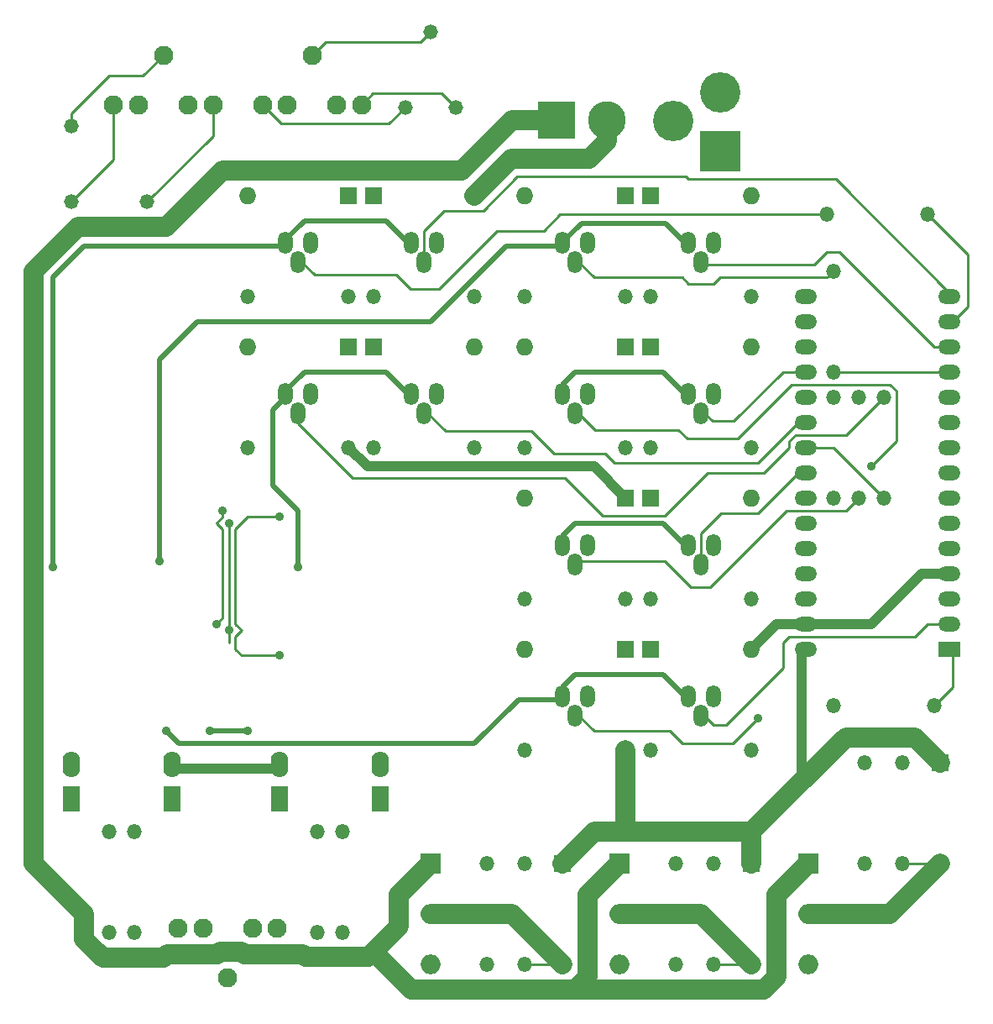
<source format=gbl>
G04 (created by PCBNEW (2013-07-07 BZR 4022)-stable) date Mon 16 Nov 2020 10:05:41 PM CST*
%MOIN*%
G04 Gerber Fmt 3.4, Leading zero omitted, Abs format*
%FSLAX34Y34*%
G01*
G70*
G90*
G04 APERTURE LIST*
%ADD10C,0.00590551*%
%ADD11R,0.069X0.069*%
%ADD12O,0.069X0.069*%
%ADD13O,0.059X0.0885*%
%ADD14C,0.0767717*%
%ADD15O,0.059X0.059*%
%ADD16R,0.069X0.1035*%
%ADD17O,0.069X0.1035*%
%ADD18R,0.0885X0.059*%
%ADD19O,0.0885X0.059*%
%ADD20R,0.0787402X0.0787402*%
%ADD21O,0.0787402X0.0787402*%
%ADD22R,0.16X0.16*%
%ADD23C,0.16*%
%ADD24R,0.15X0.15*%
%ADD25C,0.15*%
%ADD26O,0.058X0.058*%
%ADD27C,0.035*%
%ADD28C,0.04*%
%ADD29C,0.08*%
%ADD30C,0.01*%
%ADD31C,0.02*%
G04 APERTURE END LIST*
G54D10*
G54D11*
X58000Y-92500D03*
G54D12*
X58000Y-96500D03*
G54D13*
X45500Y-67852D03*
X45000Y-68647D03*
X44500Y-67852D03*
X56500Y-85852D03*
X56000Y-86647D03*
X55500Y-85852D03*
X56500Y-73852D03*
X56000Y-74647D03*
X55500Y-73852D03*
X56500Y-79852D03*
X56000Y-80647D03*
X55500Y-79852D03*
X56500Y-67852D03*
X56000Y-68647D03*
X55500Y-67852D03*
X45500Y-73852D03*
X45000Y-74647D03*
X44500Y-73852D03*
G54D14*
X37204Y-97047D03*
X36220Y-95078D03*
X38188Y-95078D03*
X35236Y-95078D03*
X39173Y-95078D03*
G54D15*
X54000Y-76000D03*
X58000Y-76000D03*
X42000Y-70000D03*
X38000Y-70000D03*
X53000Y-76000D03*
X49000Y-76000D03*
X53000Y-82000D03*
X49000Y-82000D03*
X43000Y-70000D03*
X47000Y-70000D03*
X43000Y-76000D03*
X47000Y-76000D03*
X54000Y-82000D03*
X58000Y-82000D03*
X53000Y-88000D03*
X49000Y-88000D03*
X54000Y-88000D03*
X58000Y-88000D03*
X53000Y-70000D03*
X49000Y-70000D03*
X54000Y-70000D03*
X58000Y-70000D03*
X42000Y-76000D03*
X38000Y-76000D03*
X49000Y-96500D03*
X49000Y-92500D03*
X56500Y-96500D03*
X56500Y-92500D03*
X64000Y-92500D03*
X64000Y-88500D03*
X40750Y-95250D03*
X40750Y-91250D03*
X41750Y-95250D03*
X41750Y-91250D03*
X33500Y-95250D03*
X33500Y-91250D03*
X32500Y-95250D03*
X32500Y-91250D03*
G54D16*
X35000Y-89922D03*
G54D17*
X35000Y-88577D03*
G54D16*
X39250Y-89922D03*
G54D17*
X39250Y-88577D03*
G54D16*
X43250Y-89922D03*
G54D17*
X43250Y-88577D03*
G54D16*
X31000Y-89922D03*
G54D17*
X31000Y-88577D03*
G54D11*
X65500Y-88500D03*
G54D12*
X65500Y-92500D03*
G54D11*
X50500Y-92500D03*
G54D12*
X50500Y-96500D03*
G54D11*
X42000Y-72000D03*
G54D12*
X38000Y-72000D03*
G54D11*
X43000Y-72000D03*
G54D12*
X47000Y-72000D03*
G54D11*
X54000Y-66000D03*
G54D12*
X58000Y-66000D03*
G54D11*
X53000Y-66000D03*
G54D12*
X49000Y-66000D03*
G54D11*
X43000Y-66000D03*
G54D12*
X47000Y-66000D03*
G54D11*
X42000Y-66000D03*
G54D12*
X38000Y-66000D03*
G54D11*
X53000Y-84000D03*
G54D12*
X49000Y-84000D03*
G54D11*
X54000Y-84000D03*
G54D12*
X58000Y-84000D03*
G54D11*
X54000Y-72000D03*
G54D12*
X58000Y-72000D03*
G54D11*
X53000Y-72000D03*
G54D12*
X49000Y-72000D03*
G54D11*
X53000Y-78000D03*
G54D12*
X49000Y-78000D03*
G54D11*
X54000Y-78000D03*
G54D12*
X58000Y-78000D03*
G54D18*
X65852Y-84000D03*
G54D19*
X65852Y-83000D03*
X65852Y-82000D03*
X65852Y-81000D03*
X60147Y-79000D03*
X60147Y-80000D03*
X60147Y-81000D03*
X65852Y-80000D03*
X65852Y-79000D03*
X65852Y-78000D03*
X60147Y-78000D03*
X60147Y-77000D03*
X60147Y-76000D03*
X65852Y-77000D03*
X65852Y-76000D03*
X65852Y-75000D03*
X65852Y-74000D03*
X65852Y-73000D03*
X65852Y-72000D03*
X65852Y-71000D03*
X60147Y-75000D03*
X60147Y-74000D03*
X60147Y-73000D03*
X60147Y-72000D03*
X60147Y-71000D03*
X60147Y-70000D03*
X65852Y-70000D03*
X60147Y-82000D03*
X60147Y-83000D03*
X60147Y-84000D03*
G54D20*
X60250Y-92500D03*
G54D21*
X60250Y-94500D03*
X60250Y-96500D03*
G54D20*
X52750Y-92500D03*
G54D21*
X52750Y-94500D03*
X52750Y-96500D03*
G54D20*
X45250Y-92500D03*
G54D21*
X45250Y-94500D03*
X45250Y-96500D03*
G54D22*
X56750Y-64250D03*
G54D23*
X56750Y-61900D03*
X54900Y-63050D03*
G54D24*
X50250Y-63000D03*
G54D25*
X52250Y-63000D03*
G54D15*
X47500Y-92500D03*
X47500Y-96500D03*
X55000Y-92500D03*
X55000Y-96500D03*
X62500Y-88500D03*
X62500Y-92500D03*
G54D14*
X34645Y-60433D03*
X35629Y-62401D03*
X33661Y-62401D03*
X36614Y-62401D03*
X32677Y-62401D03*
X40551Y-60433D03*
X41535Y-62401D03*
X39566Y-62401D03*
X42519Y-62401D03*
X38582Y-62401D03*
G54D26*
X45250Y-59500D03*
X46250Y-62500D03*
X44250Y-62500D03*
X31000Y-66250D03*
X34000Y-66250D03*
X31000Y-63250D03*
G54D15*
X61250Y-69000D03*
X61250Y-73000D03*
X61000Y-66750D03*
X65000Y-66750D03*
X62250Y-74000D03*
X62250Y-78000D03*
X63250Y-78000D03*
X63250Y-74000D03*
X61250Y-74000D03*
X61250Y-78000D03*
G54D13*
X40500Y-67852D03*
X40000Y-68647D03*
X39500Y-67852D03*
X51500Y-67852D03*
X51000Y-68647D03*
X50500Y-67852D03*
X40500Y-73852D03*
X40000Y-74647D03*
X39500Y-73852D03*
X51500Y-73852D03*
X51000Y-74647D03*
X50500Y-73852D03*
X51500Y-79852D03*
X51000Y-80647D03*
X50500Y-79852D03*
X51500Y-85852D03*
X51000Y-86647D03*
X50500Y-85852D03*
G54D15*
X61250Y-86250D03*
X65250Y-86250D03*
G54D27*
X38000Y-87250D03*
X36500Y-87250D03*
X30250Y-80750D03*
X40000Y-80750D03*
X34750Y-87250D03*
X34500Y-80500D03*
X58250Y-86750D03*
X62750Y-76750D03*
X39250Y-84250D03*
X39250Y-78750D03*
X37000Y-78500D03*
X36750Y-83000D03*
X37250Y-83250D03*
X37250Y-79000D03*
G54D28*
X42000Y-76000D02*
X42750Y-76750D01*
X51750Y-76750D02*
X53000Y-78000D01*
X42750Y-76750D02*
X51750Y-76750D01*
X60000Y-84000D02*
X60000Y-89250D01*
G54D29*
X53000Y-88000D02*
X53000Y-91250D01*
X50500Y-92500D02*
X51750Y-91250D01*
X51750Y-91250D02*
X53000Y-91250D01*
X53000Y-91250D02*
X58000Y-91250D01*
X65500Y-88500D02*
X64500Y-87500D01*
X58000Y-91250D02*
X58000Y-92500D01*
X61750Y-87500D02*
X60000Y-89250D01*
X60000Y-89250D02*
X58000Y-91250D01*
X64500Y-87500D02*
X61750Y-87500D01*
G54D30*
X50500Y-96500D02*
X49000Y-96500D01*
G54D29*
X45250Y-94500D02*
X48500Y-94500D01*
X48500Y-94500D02*
X50500Y-96500D01*
G54D30*
X58000Y-96500D02*
X56500Y-96500D01*
G54D29*
X52750Y-94500D02*
X56000Y-94500D01*
X56000Y-94500D02*
X58000Y-96500D01*
G54D30*
X65500Y-92500D02*
X64000Y-92500D01*
G54D29*
X60250Y-94500D02*
X63500Y-94500D01*
X63500Y-94500D02*
X65500Y-92500D01*
X32000Y-96000D02*
X32250Y-96250D01*
X42800Y-96200D02*
X43000Y-96000D01*
X40300Y-96200D02*
X42800Y-96200D01*
X40200Y-96100D02*
X40300Y-96200D01*
X37850Y-96100D02*
X40200Y-96100D01*
X37750Y-96000D02*
X37850Y-96100D01*
X36900Y-96000D02*
X37750Y-96000D01*
X36800Y-96100D02*
X36900Y-96000D01*
X34800Y-96100D02*
X36800Y-96100D01*
X34650Y-96250D02*
X34800Y-96100D01*
X32250Y-96250D02*
X34650Y-96250D01*
X51000Y-97500D02*
X58500Y-97500D01*
X59000Y-93750D02*
X60250Y-92500D01*
X59000Y-97000D02*
X59000Y-93750D01*
X58500Y-97500D02*
X59000Y-97000D01*
X43000Y-96000D02*
X44500Y-97500D01*
X44500Y-97500D02*
X46000Y-97500D01*
X46000Y-97500D02*
X50500Y-97500D01*
X50500Y-97500D02*
X51000Y-97500D01*
X51500Y-93750D02*
X52750Y-92500D01*
X51500Y-97000D02*
X51500Y-93750D01*
X51000Y-97500D02*
X51500Y-97000D01*
X29500Y-91000D02*
X29500Y-92500D01*
G54D30*
X32000Y-96000D02*
X35750Y-96000D01*
G54D29*
X31500Y-95500D02*
X32000Y-96000D01*
X31500Y-94500D02*
X31500Y-95500D01*
X29500Y-92500D02*
X31500Y-94500D01*
X29500Y-91000D02*
X29500Y-69000D01*
X29500Y-69000D02*
X31250Y-67250D01*
X31250Y-67250D02*
X34750Y-67250D01*
X34750Y-67250D02*
X37000Y-65000D01*
X37000Y-65000D02*
X46500Y-65000D01*
X46500Y-65000D02*
X48500Y-63000D01*
X48500Y-63000D02*
X50250Y-63000D01*
X44000Y-93750D02*
X45250Y-92500D01*
X43000Y-96000D02*
X44000Y-95000D01*
X44000Y-95000D02*
X44000Y-93750D01*
X47000Y-66000D02*
X48450Y-64550D01*
X52250Y-63850D02*
X52250Y-63000D01*
X51550Y-64550D02*
X52250Y-63850D01*
X48450Y-64550D02*
X51550Y-64550D01*
G54D28*
X58000Y-84000D02*
X59000Y-83000D01*
X59000Y-83000D02*
X60000Y-83000D01*
X60000Y-83000D02*
X62750Y-83000D01*
X62750Y-83000D02*
X64750Y-81000D01*
X64750Y-81000D02*
X66000Y-81000D01*
X35000Y-88750D02*
X39250Y-88750D01*
G54D31*
X36500Y-87250D02*
X38000Y-87250D01*
G54D30*
X42519Y-62401D02*
X42971Y-61950D01*
X45700Y-61950D02*
X46250Y-62500D01*
X42971Y-61950D02*
X45700Y-61950D01*
X40551Y-60433D02*
X41084Y-59900D01*
X44850Y-59900D02*
X45250Y-59500D01*
X41084Y-59900D02*
X44850Y-59900D01*
X65000Y-66750D02*
X66600Y-68350D01*
X66600Y-70400D02*
X66000Y-71000D01*
X66600Y-68350D02*
X66600Y-70400D01*
X61250Y-73000D02*
X66000Y-73000D01*
X66000Y-84000D02*
X66000Y-85500D01*
X66000Y-85500D02*
X65250Y-86250D01*
X34000Y-66250D02*
X36614Y-63635D01*
X36614Y-63635D02*
X36614Y-62401D01*
X31000Y-66250D02*
X32677Y-64572D01*
X32677Y-64572D02*
X32677Y-62401D01*
X38582Y-62401D02*
X39331Y-63150D01*
X43600Y-63150D02*
X44250Y-62500D01*
X39331Y-63150D02*
X43600Y-63150D01*
X31000Y-63250D02*
X31000Y-62750D01*
X33828Y-61250D02*
X34645Y-60433D01*
X32500Y-61250D02*
X33828Y-61250D01*
X31000Y-62750D02*
X32500Y-61250D01*
X63250Y-78000D02*
X61250Y-76000D01*
X61250Y-76000D02*
X60000Y-76000D01*
G54D31*
X50500Y-80000D02*
X50500Y-79500D01*
X54500Y-79000D02*
X55500Y-80000D01*
X51000Y-79000D02*
X54500Y-79000D01*
X50500Y-79500D02*
X51000Y-79000D01*
X31500Y-68000D02*
X39500Y-68000D01*
X30250Y-69250D02*
X31500Y-68000D01*
X30250Y-80750D02*
X30250Y-69250D01*
X39500Y-68000D02*
X39500Y-67750D01*
X43500Y-67000D02*
X44500Y-68000D01*
X40250Y-67000D02*
X43500Y-67000D01*
X39500Y-67750D02*
X40250Y-67000D01*
X50500Y-74000D02*
X50500Y-73500D01*
X54500Y-73000D02*
X55500Y-74000D01*
X51000Y-73000D02*
X54500Y-73000D01*
X50500Y-73500D02*
X51000Y-73000D01*
X39500Y-74000D02*
X39000Y-74500D01*
X40000Y-78500D02*
X40000Y-80750D01*
X39000Y-77500D02*
X40000Y-78500D01*
X39000Y-74500D02*
X39000Y-77500D01*
X39500Y-74000D02*
X39500Y-73750D01*
X43500Y-73000D02*
X44500Y-74000D01*
X40250Y-73000D02*
X43500Y-73000D01*
X39500Y-73750D02*
X40250Y-73000D01*
X50500Y-86000D02*
X50500Y-85500D01*
X54500Y-85000D02*
X55500Y-86000D01*
X51000Y-85000D02*
X54500Y-85000D01*
X50500Y-85500D02*
X51000Y-85000D01*
X48750Y-86000D02*
X50500Y-86000D01*
X47000Y-87750D02*
X48750Y-86000D01*
X35250Y-87750D02*
X47000Y-87750D01*
X34750Y-87250D02*
X35250Y-87750D01*
X50500Y-68000D02*
X50500Y-67850D01*
X54600Y-67100D02*
X55500Y-68000D01*
X51250Y-67100D02*
X54600Y-67100D01*
X50500Y-67850D02*
X51250Y-67100D01*
X50500Y-68000D02*
X48250Y-68000D01*
X34500Y-72500D02*
X34500Y-80500D01*
X36000Y-71000D02*
X34500Y-72500D01*
X45250Y-71000D02*
X36000Y-71000D01*
X48250Y-68000D02*
X45250Y-71000D01*
G54D30*
X56000Y-68500D02*
X56250Y-68750D01*
X65250Y-72000D02*
X66000Y-72000D01*
X64500Y-71250D02*
X65250Y-72000D01*
X63500Y-70250D02*
X64500Y-71250D01*
X61500Y-68250D02*
X63500Y-70250D01*
X61000Y-68250D02*
X61500Y-68250D01*
X60500Y-68750D02*
X61000Y-68250D01*
X56250Y-68750D02*
X60500Y-68750D01*
X56300Y-76600D02*
X58250Y-76600D01*
X45850Y-75350D02*
X49250Y-75350D01*
X49250Y-75350D02*
X50150Y-76250D01*
X50150Y-76250D02*
X52200Y-76250D01*
X52200Y-76250D02*
X52550Y-76600D01*
X52550Y-76600D02*
X56300Y-76600D01*
X45000Y-74500D02*
X45850Y-75350D01*
X59850Y-75000D02*
X60000Y-75000D01*
X58250Y-76600D02*
X59850Y-75000D01*
X56000Y-86500D02*
X56500Y-87000D01*
X65000Y-83000D02*
X66000Y-83000D01*
X64500Y-83500D02*
X65000Y-83000D01*
X59500Y-83500D02*
X64500Y-83500D01*
X59250Y-83750D02*
X59500Y-83500D01*
X59250Y-84750D02*
X59250Y-83750D01*
X57000Y-87000D02*
X59250Y-84750D01*
X56500Y-87000D02*
X57000Y-87000D01*
X56000Y-80500D02*
X56000Y-79400D01*
X59850Y-77000D02*
X60000Y-77000D01*
X58250Y-78600D02*
X59850Y-77000D01*
X56800Y-78600D02*
X58250Y-78600D01*
X56000Y-79400D02*
X56800Y-78600D01*
X56000Y-74500D02*
X56450Y-74950D01*
X59250Y-73000D02*
X60000Y-73000D01*
X57300Y-74950D02*
X59250Y-73000D01*
X56450Y-74950D02*
X57300Y-74950D01*
X66000Y-70000D02*
X61350Y-65350D01*
X45000Y-67400D02*
X45800Y-66600D01*
X45800Y-66600D02*
X47350Y-66600D01*
X47350Y-66600D02*
X48700Y-65250D01*
X48700Y-65250D02*
X55400Y-65250D01*
X55400Y-65250D02*
X55500Y-65350D01*
X55500Y-65350D02*
X58500Y-65350D01*
X45000Y-67400D02*
X45000Y-68500D01*
X61350Y-65350D02*
X58500Y-65350D01*
X58500Y-77000D02*
X59500Y-76000D01*
X56250Y-77000D02*
X58500Y-77000D01*
X54550Y-78700D02*
X56250Y-77000D01*
X52100Y-78700D02*
X54550Y-78700D01*
X50600Y-77200D02*
X52100Y-78700D01*
X42150Y-77200D02*
X50600Y-77200D01*
X40000Y-75050D02*
X42150Y-77200D01*
X40000Y-74500D02*
X40000Y-75050D01*
X61750Y-75500D02*
X63250Y-74000D01*
X60500Y-75500D02*
X61750Y-75500D01*
X60250Y-75500D02*
X60500Y-75500D01*
X60000Y-75500D02*
X60250Y-75500D01*
X59750Y-75500D02*
X60000Y-75500D01*
X59500Y-75750D02*
X59750Y-75500D01*
X59500Y-76000D02*
X59500Y-75750D01*
X51000Y-68500D02*
X51750Y-69250D01*
X61000Y-69250D02*
X61250Y-69000D01*
X56750Y-69250D02*
X61000Y-69250D01*
X56500Y-69500D02*
X56750Y-69250D01*
X55500Y-69500D02*
X56500Y-69500D01*
X55250Y-69250D02*
X55500Y-69500D01*
X51750Y-69250D02*
X55250Y-69250D01*
X57850Y-80050D02*
X59400Y-78500D01*
X51000Y-80500D02*
X54550Y-80500D01*
X54550Y-80500D02*
X55600Y-81550D01*
X55600Y-81550D02*
X56350Y-81550D01*
X56350Y-81550D02*
X57850Y-80050D01*
X61750Y-78500D02*
X62250Y-78000D01*
X59400Y-78500D02*
X61750Y-78500D01*
X51000Y-86500D02*
X51750Y-87250D01*
X57250Y-87750D02*
X58250Y-86750D01*
X55250Y-87750D02*
X57250Y-87750D01*
X54750Y-87250D02*
X55250Y-87750D01*
X51750Y-87250D02*
X54750Y-87250D01*
X49750Y-67400D02*
X50400Y-66750D01*
X47900Y-67400D02*
X49750Y-67400D01*
X46800Y-68500D02*
X47900Y-67400D01*
X45600Y-69700D02*
X46800Y-68500D01*
X44450Y-69700D02*
X45600Y-69700D01*
X43900Y-69150D02*
X44450Y-69700D01*
X40650Y-69150D02*
X43900Y-69150D01*
X40000Y-68500D02*
X40650Y-69150D01*
X50400Y-66750D02*
X61000Y-66750D01*
X59100Y-74000D02*
X59600Y-73500D01*
X51000Y-74500D02*
X51800Y-75300D01*
X51800Y-75300D02*
X55100Y-75300D01*
X55100Y-75300D02*
X55450Y-75650D01*
X55450Y-75650D02*
X57450Y-75650D01*
X57450Y-75650D02*
X59100Y-74000D01*
X63750Y-75750D02*
X62750Y-76750D01*
X63750Y-74250D02*
X63750Y-75750D01*
X63750Y-74000D02*
X63750Y-74250D01*
X63750Y-73750D02*
X63750Y-74000D01*
X63500Y-73500D02*
X63750Y-73750D01*
X63250Y-73500D02*
X63500Y-73500D01*
X59600Y-73500D02*
X63250Y-73500D01*
X37750Y-84250D02*
X39250Y-84250D01*
X37500Y-84000D02*
X37750Y-84250D01*
X37500Y-83500D02*
X37500Y-84000D01*
X37750Y-83250D02*
X37500Y-83500D01*
X37500Y-83000D02*
X37750Y-83250D01*
X37500Y-82250D02*
X37500Y-83000D01*
X37500Y-80000D02*
X37500Y-82250D01*
X37500Y-79250D02*
X37500Y-80000D01*
X38000Y-78750D02*
X37500Y-79250D01*
X39250Y-78750D02*
X38000Y-78750D01*
X37000Y-78750D02*
X37000Y-78500D01*
X36750Y-79000D02*
X37000Y-78750D01*
X37000Y-79250D02*
X36750Y-79000D01*
X37000Y-81250D02*
X37000Y-79250D01*
X37000Y-82500D02*
X37000Y-81250D01*
X37000Y-82750D02*
X37000Y-82500D01*
X36750Y-83000D02*
X37000Y-82750D01*
X37250Y-83750D02*
X37250Y-83250D01*
X37250Y-79000D02*
X37250Y-83750D01*
M02*

</source>
